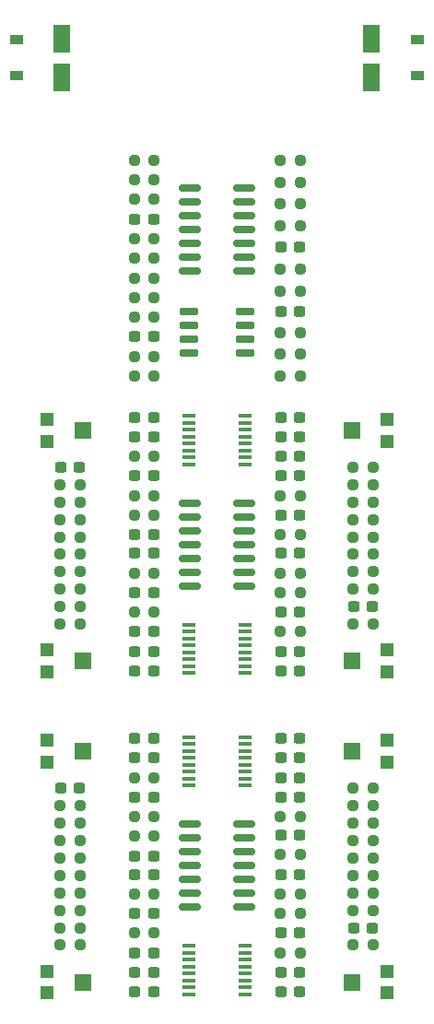
<source format=gbr>
%TF.GenerationSoftware,KiCad,Pcbnew,(6.0.8)*%
%TF.CreationDate,2023-03-03T18:33:54+00:00*%
%TF.ProjectId,Quilter_Components,5175696c-7465-4725-9f43-6f6d706f6e65,rev?*%
%TF.SameCoordinates,Original*%
%TF.FileFunction,Paste,Top*%
%TF.FilePolarity,Positive*%
%FSLAX46Y46*%
G04 Gerber Fmt 4.6, Leading zero omitted, Abs format (unit mm)*
G04 Created by KiCad (PCBNEW (6.0.8)) date 2023-03-03 18:33:54*
%MOMM*%
%LPD*%
G01*
G04 APERTURE LIST*
G04 Aperture macros list*
%AMRoundRect*
0 Rectangle with rounded corners*
0 $1 Rounding radius*
0 $2 $3 $4 $5 $6 $7 $8 $9 X,Y pos of 4 corners*
0 Add a 4 corners polygon primitive as box body*
4,1,4,$2,$3,$4,$5,$6,$7,$8,$9,$2,$3,0*
0 Add four circle primitives for the rounded corners*
1,1,$1+$1,$2,$3*
1,1,$1+$1,$4,$5*
1,1,$1+$1,$6,$7*
1,1,$1+$1,$8,$9*
0 Add four rect primitives between the rounded corners*
20,1,$1+$1,$2,$3,$4,$5,0*
20,1,$1+$1,$4,$5,$6,$7,0*
20,1,$1+$1,$6,$7,$8,$9,0*
20,1,$1+$1,$8,$9,$2,$3,0*%
G04 Aperture macros list end*
%ADD10RoundRect,0.237500X0.300000X0.237500X-0.300000X0.237500X-0.300000X-0.237500X0.300000X-0.237500X0*%
%ADD11RoundRect,0.150000X0.825000X0.150000X-0.825000X0.150000X-0.825000X-0.150000X0.825000X-0.150000X0*%
%ADD12RoundRect,0.237500X0.250000X0.237500X-0.250000X0.237500X-0.250000X-0.237500X0.250000X-0.237500X0*%
%ADD13R,1.200000X1.200000*%
%ADD14R,1.500000X1.600000*%
%ADD15RoundRect,0.237500X-0.300000X-0.237500X0.300000X-0.237500X0.300000X0.237500X-0.300000X0.237500X0*%
%ADD16R,1.200000X0.900000*%
%ADD17RoundRect,0.237500X-0.250000X-0.237500X0.250000X-0.237500X0.250000X0.237500X-0.250000X0.237500X0*%
%ADD18RoundRect,0.150000X-0.825000X-0.150000X0.825000X-0.150000X0.825000X0.150000X-0.825000X0.150000X0*%
%ADD19RoundRect,0.250000X0.550000X-1.050000X0.550000X1.050000X-0.550000X1.050000X-0.550000X-1.050000X0*%
%ADD20R,1.200000X0.400000*%
%ADD21RoundRect,0.150000X0.725000X0.150000X-0.725000X0.150000X-0.725000X-0.150000X0.725000X-0.150000X0*%
G04 APERTURE END LIST*
D10*
%TO.C,C33*%
X64362500Y-137600000D03*
X62637500Y-137600000D03*
%TD*%
D11*
%TO.C,U2*%
X72675000Y-75010000D03*
X72675000Y-73740000D03*
X72675000Y-72470000D03*
X72675000Y-71200000D03*
X72675000Y-69930000D03*
X72675000Y-68660000D03*
X72675000Y-67390000D03*
X67725000Y-67390000D03*
X67725000Y-68660000D03*
X67725000Y-69930000D03*
X67725000Y-71200000D03*
X67725000Y-72470000D03*
X67725000Y-73740000D03*
X67725000Y-75010000D03*
%TD*%
D12*
%TO.C,R44*%
X57612500Y-133700000D03*
X55787500Y-133700000D03*
%TD*%
%TO.C,R23*%
X57612500Y-96200000D03*
X55787500Y-96200000D03*
%TD*%
D13*
%TO.C,FREQ_OFFSET2*%
X85800000Y-111800000D03*
D14*
X82550000Y-110800000D03*
D13*
X85800000Y-109800000D03*
%TD*%
D15*
%TO.C,C4*%
X76037500Y-72800000D03*
X77762500Y-72800000D03*
%TD*%
D16*
%TO.C,D1*%
X88600000Y-57050000D03*
X88600000Y-53750000D03*
%TD*%
D17*
%TO.C,R53*%
X55787500Y-124100000D03*
X57612500Y-124100000D03*
%TD*%
D15*
%TO.C,C38*%
X76037500Y-90200000D03*
X77762500Y-90200000D03*
%TD*%
D12*
%TO.C,R65*%
X84512500Y-133700000D03*
X82687500Y-133700000D03*
%TD*%
D10*
%TO.C,C45*%
X64362500Y-128700000D03*
X62637500Y-128700000D03*
%TD*%
D17*
%TO.C,R58*%
X82687500Y-132100000D03*
X84512500Y-132100000D03*
%TD*%
D15*
%TO.C,C10*%
X76037500Y-97400000D03*
X77762500Y-97400000D03*
%TD*%
%TO.C,C14*%
X76037500Y-109900000D03*
X77762500Y-109900000D03*
%TD*%
D13*
%TO.C,FREQ_OFFSET4*%
X85800000Y-141300000D03*
D14*
X82550000Y-140300000D03*
D13*
X85800000Y-139300000D03*
%TD*%
D12*
%TO.C,R35*%
X77812500Y-102700000D03*
X75987500Y-102700000D03*
%TD*%
D17*
%TO.C,R2*%
X75987500Y-80640000D03*
X77812500Y-80640000D03*
%TD*%
D15*
%TO.C,C30*%
X76037500Y-139400000D03*
X77762500Y-139400000D03*
%TD*%
D10*
%TO.C,C3*%
X64362500Y-81012500D03*
X62637500Y-81012500D03*
%TD*%
D17*
%TO.C,R21*%
X55787500Y-97800000D03*
X57612500Y-97800000D03*
%TD*%
D10*
%TO.C,C28*%
X77762500Y-117900000D03*
X76037500Y-117900000D03*
%TD*%
D12*
%TO.C,R42*%
X77812500Y-125100000D03*
X75987500Y-125100000D03*
%TD*%
D15*
%TO.C,C15*%
X76037500Y-111700000D03*
X77762500Y-111700000D03*
%TD*%
D13*
%TO.C,V_OCT4*%
X85800000Y-120100000D03*
D14*
X82550000Y-119100000D03*
D13*
X85800000Y-118100000D03*
%TD*%
D15*
%TO.C,C31*%
X76037500Y-141200000D03*
X77762500Y-141200000D03*
%TD*%
D12*
%TO.C,R75*%
X64412500Y-64812500D03*
X62587500Y-64812500D03*
%TD*%
%TO.C,R73*%
X64412500Y-75612500D03*
X62587500Y-75612500D03*
%TD*%
D10*
%TO.C,C11*%
X57562500Y-93000000D03*
X55837500Y-93000000D03*
%TD*%
D17*
%TO.C,R74*%
X75987500Y-66800000D03*
X77812500Y-66800000D03*
%TD*%
%TO.C,R37*%
X75987500Y-104500000D03*
X77812500Y-104500000D03*
%TD*%
%TO.C,R57*%
X82687500Y-128900000D03*
X84512500Y-128900000D03*
%TD*%
D12*
%TO.C,R50*%
X64412500Y-126900000D03*
X62587500Y-126900000D03*
%TD*%
D15*
%TO.C,C9*%
X76037500Y-92000000D03*
X77762500Y-92000000D03*
%TD*%
D17*
%TO.C,R51*%
X75987500Y-128600000D03*
X77812500Y-128600000D03*
%TD*%
%TO.C,R27*%
X55787500Y-94600000D03*
X57612500Y-94600000D03*
%TD*%
%TO.C,R33*%
X82687500Y-96200000D03*
X84512500Y-96200000D03*
%TD*%
D12*
%TO.C,R9*%
X64412500Y-68400000D03*
X62587500Y-68400000D03*
%TD*%
%TO.C,R13*%
X64412500Y-66600000D03*
X62587500Y-66600000D03*
%TD*%
%TO.C,R46*%
X57612500Y-128900000D03*
X55787500Y-128900000D03*
%TD*%
%TO.C,R22*%
X64412500Y-95600000D03*
X62587500Y-95600000D03*
%TD*%
D18*
%TO.C,U4*%
X67725000Y-125790000D03*
X67725000Y-127060000D03*
X67725000Y-128330000D03*
X67725000Y-129600000D03*
X67725000Y-130870000D03*
X67725000Y-132140000D03*
X67725000Y-133410000D03*
X72675000Y-133410000D03*
X72675000Y-132140000D03*
X72675000Y-130870000D03*
X72675000Y-129600000D03*
X72675000Y-128330000D03*
X72675000Y-127060000D03*
X72675000Y-125790000D03*
%TD*%
D19*
%TO.C,C2*%
X55900000Y-57200000D03*
X55900000Y-53600000D03*
%TD*%
D15*
%TO.C,C22*%
X62637500Y-119700000D03*
X64362500Y-119700000D03*
%TD*%
D10*
%TO.C,C17*%
X64362500Y-108100000D03*
X62637500Y-108100000D03*
%TD*%
%TO.C,C40*%
X64362500Y-93800000D03*
X62637500Y-93800000D03*
%TD*%
%TO.C,C19*%
X84462500Y-105800000D03*
X82737500Y-105800000D03*
%TD*%
D12*
%TO.C,R38*%
X64412500Y-102700000D03*
X62587500Y-102700000D03*
%TD*%
%TO.C,R18*%
X57612500Y-104200000D03*
X55787500Y-104200000D03*
%TD*%
D13*
%TO.C,V_OCT3*%
X54600000Y-118100000D03*
D14*
X57850000Y-119100000D03*
D13*
X54600000Y-120100000D03*
%TD*%
D12*
%TO.C,R16*%
X77812500Y-95600000D03*
X75987500Y-95600000D03*
%TD*%
%TO.C,R10*%
X64412500Y-72000000D03*
X62587500Y-72000000D03*
%TD*%
D13*
%TO.C,V_OCT1*%
X54600000Y-88600000D03*
D14*
X57850000Y-89600000D03*
D13*
X54600000Y-90600000D03*
%TD*%
D10*
%TO.C,C18*%
X64362500Y-100900000D03*
X62637500Y-100900000D03*
%TD*%
D17*
%TO.C,R62*%
X75987500Y-137600000D03*
X77812500Y-137600000D03*
%TD*%
D12*
%TO.C,R34*%
X84512500Y-99400000D03*
X82687500Y-99400000D03*
%TD*%
%TO.C,R69*%
X57612500Y-132100000D03*
X55787500Y-132100000D03*
%TD*%
D16*
%TO.C,D2*%
X51800000Y-53750000D03*
X51800000Y-57050000D03*
%TD*%
D12*
%TO.C,R19*%
X57612500Y-102600000D03*
X55787500Y-102600000D03*
%TD*%
%TO.C,R64*%
X64412500Y-132200000D03*
X62587500Y-132200000D03*
%TD*%
D15*
%TO.C,C21*%
X76037500Y-123300000D03*
X77762500Y-123300000D03*
%TD*%
%TO.C,C5*%
X76037500Y-78700000D03*
X77762500Y-78700000D03*
%TD*%
D20*
%TO.C,U7*%
X67600000Y-107477500D03*
X67600000Y-108112500D03*
X67600000Y-108747500D03*
X67600000Y-109382500D03*
X67600000Y-110017500D03*
X67600000Y-110652500D03*
X67600000Y-111287500D03*
X67600000Y-111922500D03*
X72800000Y-111922500D03*
X72800000Y-111287500D03*
X72800000Y-110652500D03*
X72800000Y-110017500D03*
X72800000Y-109382500D03*
X72800000Y-108747500D03*
X72800000Y-108112500D03*
X72800000Y-107477500D03*
%TD*%
D17*
%TO.C,R68*%
X82687500Y-102600000D03*
X84512500Y-102600000D03*
%TD*%
D10*
%TO.C,C34*%
X64362500Y-130400000D03*
X62637500Y-130400000D03*
%TD*%
D17*
%TO.C,R36*%
X75987500Y-108100000D03*
X77812500Y-108100000D03*
%TD*%
D12*
%TO.C,R3*%
X64412500Y-77412500D03*
X62587500Y-77412500D03*
%TD*%
D17*
%TO.C,R6*%
X75987500Y-84600000D03*
X77812500Y-84600000D03*
%TD*%
D12*
%TO.C,R56*%
X57612500Y-135300000D03*
X55787500Y-135300000D03*
%TD*%
D17*
%TO.C,R52*%
X62587500Y-121500000D03*
X64412500Y-121500000D03*
%TD*%
D20*
%TO.C,U10*%
X67600000Y-136977500D03*
X67600000Y-137612500D03*
X67600000Y-138247500D03*
X67600000Y-138882500D03*
X67600000Y-139517500D03*
X67600000Y-140152500D03*
X67600000Y-140787500D03*
X67600000Y-141422500D03*
X72800000Y-141422500D03*
X72800000Y-140787500D03*
X72800000Y-140152500D03*
X72800000Y-139517500D03*
X72800000Y-138882500D03*
X72800000Y-138247500D03*
X72800000Y-137612500D03*
X72800000Y-136977500D03*
%TD*%
D17*
%TO.C,R7*%
X75987500Y-74800000D03*
X77812500Y-74800000D03*
%TD*%
D12*
%TO.C,R67*%
X57612500Y-99400000D03*
X55787500Y-99400000D03*
%TD*%
%TO.C,R54*%
X57612500Y-136900000D03*
X55787500Y-136900000D03*
%TD*%
D15*
%TO.C,C24*%
X76037500Y-119700000D03*
X77762500Y-119700000D03*
%TD*%
D17*
%TO.C,R12*%
X75987500Y-68800000D03*
X77812500Y-68800000D03*
%TD*%
%TO.C,R26*%
X62587500Y-92000000D03*
X64412500Y-92000000D03*
%TD*%
D12*
%TO.C,R20*%
X57612500Y-101000000D03*
X55787500Y-101000000D03*
%TD*%
D17*
%TO.C,R8*%
X75987500Y-70800000D03*
X77812500Y-70800000D03*
%TD*%
D15*
%TO.C,C25*%
X76037500Y-121500000D03*
X77762500Y-121500000D03*
%TD*%
D12*
%TO.C,R28*%
X57612500Y-107400000D03*
X55787500Y-107400000D03*
%TD*%
D15*
%TO.C,C37*%
X76037500Y-93800000D03*
X77762500Y-93800000D03*
%TD*%
D20*
%TO.C,U5*%
X72800000Y-92722500D03*
X72800000Y-92087500D03*
X72800000Y-91452500D03*
X72800000Y-90817500D03*
X72800000Y-90182500D03*
X72800000Y-89547500D03*
X72800000Y-88912500D03*
X72800000Y-88277500D03*
X67600000Y-88277500D03*
X67600000Y-88912500D03*
X67600000Y-89547500D03*
X67600000Y-90182500D03*
X67600000Y-90817500D03*
X67600000Y-91452500D03*
X67600000Y-92087500D03*
X67600000Y-92722500D03*
%TD*%
D17*
%TO.C,R72*%
X75987500Y-64800000D03*
X77812500Y-64800000D03*
%TD*%
%TO.C,R55*%
X62575000Y-135800000D03*
X64400000Y-135800000D03*
%TD*%
%TO.C,R41*%
X82687500Y-124100000D03*
X84512500Y-124100000D03*
%TD*%
D15*
%TO.C,C46*%
X76037500Y-135800000D03*
X77762500Y-135800000D03*
%TD*%
D17*
%TO.C,R70*%
X82687500Y-130500000D03*
X84512500Y-130500000D03*
%TD*%
D15*
%TO.C,C36*%
X62637500Y-141200000D03*
X64362500Y-141200000D03*
%TD*%
D10*
%TO.C,C12*%
X77762500Y-88400000D03*
X76037500Y-88400000D03*
%TD*%
D20*
%TO.C,U9*%
X72800000Y-122222500D03*
X72800000Y-121587500D03*
X72800000Y-120952500D03*
X72800000Y-120317500D03*
X72800000Y-119682500D03*
X72800000Y-119047500D03*
X72800000Y-118412500D03*
X72800000Y-117777500D03*
X67600000Y-117777500D03*
X67600000Y-118412500D03*
X67600000Y-119047500D03*
X67600000Y-119682500D03*
X67600000Y-120317500D03*
X67600000Y-120952500D03*
X67600000Y-121587500D03*
X67600000Y-122222500D03*
%TD*%
D17*
%TO.C,R32*%
X82687500Y-101000000D03*
X84512500Y-101000000D03*
%TD*%
D12*
%TO.C,R48*%
X64412500Y-125100000D03*
X62587500Y-125100000D03*
%TD*%
D10*
%TO.C,C27*%
X57562500Y-122500000D03*
X55837500Y-122500000D03*
%TD*%
D12*
%TO.C,R30*%
X57612500Y-105800000D03*
X55787500Y-105800000D03*
%TD*%
D13*
%TO.C,FREQ_OFFSET3*%
X54600000Y-139300000D03*
D14*
X57850000Y-140300000D03*
D13*
X54600000Y-141300000D03*
%TD*%
D12*
%TO.C,R40*%
X84512500Y-107400000D03*
X82687500Y-107400000D03*
%TD*%
D13*
%TO.C,FREQ_OFFSET1*%
X54600000Y-109800000D03*
D14*
X57850000Y-110800000D03*
D13*
X54600000Y-111800000D03*
%TD*%
D10*
%TO.C,C44*%
X64362500Y-123300000D03*
X62637500Y-123300000D03*
%TD*%
%TO.C,C8*%
X64362500Y-70200000D03*
X62637500Y-70200000D03*
%TD*%
D18*
%TO.C,U3*%
X67725000Y-96290000D03*
X67725000Y-97560000D03*
X67725000Y-98830000D03*
X67725000Y-100100000D03*
X67725000Y-101370000D03*
X67725000Y-102640000D03*
X67725000Y-103910000D03*
X72675000Y-103910000D03*
X72675000Y-102640000D03*
X72675000Y-101370000D03*
X72675000Y-100100000D03*
X72675000Y-98830000D03*
X72675000Y-97560000D03*
X72675000Y-96290000D03*
%TD*%
D12*
%TO.C,R66*%
X84512500Y-136900000D03*
X82687500Y-136900000D03*
%TD*%
D17*
%TO.C,R4*%
X75987500Y-82600000D03*
X77812500Y-82600000D03*
%TD*%
D15*
%TO.C,C41*%
X76037500Y-130400000D03*
X77762500Y-130400000D03*
%TD*%
D17*
%TO.C,R59*%
X82687500Y-127300000D03*
X84512500Y-127300000D03*
%TD*%
D10*
%TO.C,C43*%
X64362500Y-99200000D03*
X62637500Y-99200000D03*
%TD*%
D12*
%TO.C,R1*%
X64412500Y-82812500D03*
X62587500Y-82812500D03*
%TD*%
D10*
%TO.C,C16*%
X64362500Y-109900000D03*
X62637500Y-109900000D03*
%TD*%
D17*
%TO.C,R25*%
X75987500Y-99200000D03*
X77812500Y-99200000D03*
%TD*%
D13*
%TO.C,V_OCT2*%
X85800000Y-90600000D03*
D14*
X82550000Y-89600000D03*
D13*
X85800000Y-88600000D03*
%TD*%
D17*
%TO.C,R47*%
X55787500Y-127300000D03*
X57612500Y-127300000D03*
%TD*%
D10*
%TO.C,C13*%
X64362500Y-104500000D03*
X62637500Y-104500000D03*
%TD*%
D12*
%TO.C,R14*%
X64412500Y-73800000D03*
X62587500Y-73800000D03*
%TD*%
D17*
%TO.C,R15*%
X82687500Y-94600000D03*
X84512500Y-94600000D03*
%TD*%
%TO.C,R17*%
X82687500Y-93000000D03*
X84512500Y-93000000D03*
%TD*%
D12*
%TO.C,R24*%
X64412500Y-97400000D03*
X62587500Y-97400000D03*
%TD*%
D15*
%TO.C,C6*%
X62637500Y-90200000D03*
X64362500Y-90200000D03*
%TD*%
%TO.C,C23*%
X62637500Y-117900000D03*
X64362500Y-117900000D03*
%TD*%
D17*
%TO.C,R31*%
X82687500Y-97800000D03*
X84512500Y-97800000D03*
%TD*%
D12*
%TO.C,R39*%
X84512500Y-104200000D03*
X82687500Y-104200000D03*
%TD*%
D15*
%TO.C,C26*%
X76037500Y-126800000D03*
X77762500Y-126800000D03*
%TD*%
D17*
%TO.C,R43*%
X82687500Y-122500000D03*
X84512500Y-122500000D03*
%TD*%
D12*
%TO.C,R71*%
X64412500Y-84612500D03*
X62587500Y-84612500D03*
%TD*%
D19*
%TO.C,C1*%
X84400000Y-57200000D03*
X84400000Y-53600000D03*
%TD*%
D15*
%TO.C,C42*%
X76037500Y-106300000D03*
X77762500Y-106300000D03*
%TD*%
D12*
%TO.C,R61*%
X77812500Y-132200000D03*
X75987500Y-132200000D03*
%TD*%
D10*
%TO.C,C32*%
X64362500Y-139400000D03*
X62637500Y-139400000D03*
%TD*%
D12*
%TO.C,R60*%
X84512500Y-125700000D03*
X82687500Y-125700000D03*
%TD*%
%TO.C,R5*%
X64412500Y-79212500D03*
X62587500Y-79212500D03*
%TD*%
%TO.C,R49*%
X57612500Y-125700000D03*
X55787500Y-125700000D03*
%TD*%
D15*
%TO.C,C7*%
X62637500Y-88400000D03*
X64362500Y-88400000D03*
%TD*%
D17*
%TO.C,R29*%
X62575000Y-106300000D03*
X64400000Y-106300000D03*
%TD*%
%TO.C,R11*%
X75987500Y-76800000D03*
X77812500Y-76800000D03*
%TD*%
%TO.C,R63*%
X75987500Y-134000000D03*
X77812500Y-134000000D03*
%TD*%
D10*
%TO.C,C29*%
X64362500Y-134000000D03*
X62637500Y-134000000D03*
%TD*%
D15*
%TO.C,C39*%
X76037500Y-100900000D03*
X77762500Y-100900000D03*
%TD*%
%TO.C,C20*%
X62637500Y-111700000D03*
X64362500Y-111700000D03*
%TD*%
D12*
%TO.C,R45*%
X57612500Y-130500000D03*
X55787500Y-130500000D03*
%TD*%
D21*
%TO.C,U1*%
X72775000Y-82505000D03*
X72775000Y-81235000D03*
X72775000Y-79965000D03*
X72775000Y-78695000D03*
X67625000Y-78695000D03*
X67625000Y-79965000D03*
X67625000Y-81235000D03*
X67625000Y-82505000D03*
%TD*%
D10*
%TO.C,C35*%
X84462500Y-135300000D03*
X82737500Y-135300000D03*
%TD*%
M02*

</source>
